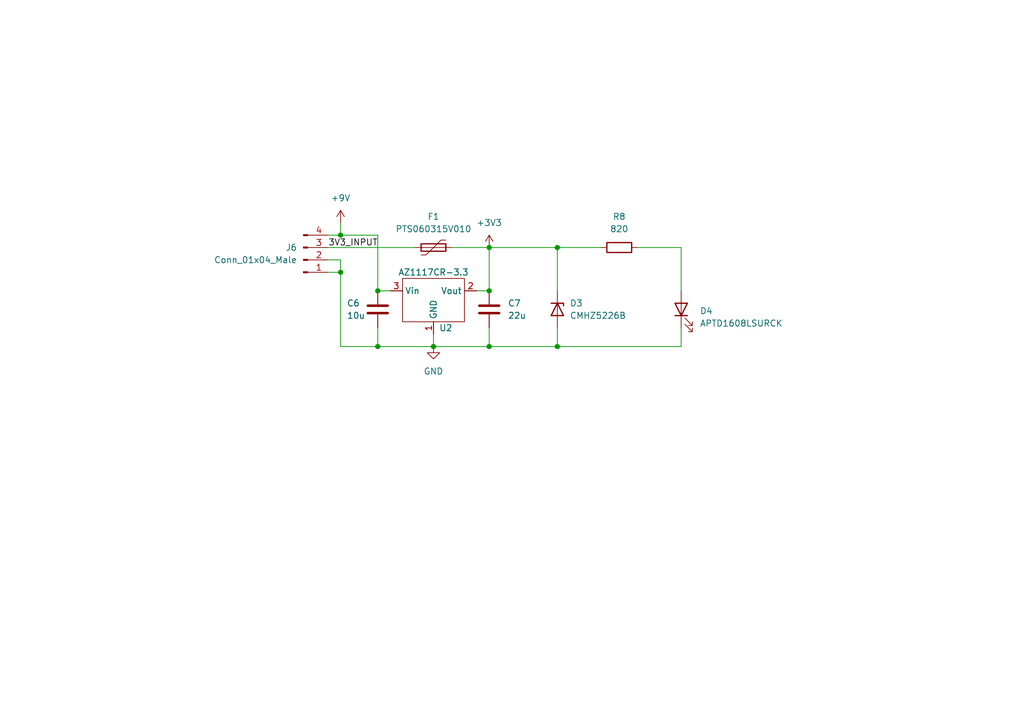
<source format=kicad_sch>
(kicad_sch (version 20211123) (generator eeschema)
  (paper "A5")
  (title_block (title "PAL 9000") (date "3/5/2022") (rev "2") (company "Purdue Space Program High Altitude"))
  (lib_symbols
    (symbol "AZ1117CR-3.3TRG1:AZ1117CR"
      (property "Reference" "U" (at 0 7.62 0))
      (property "Value" "AZ1117CR" (at 0 5.08 0))
      (symbol "AZ1117CR_0_1"
        (rectangle (start -6.35 3.81) (end 6.35 -5.08) (stroke (width 0.1524)))
      )
      (symbol "AZ1117CR_1_1"
        (pin power_in line (at 0 -7.62 90) (length 2.54) (name "GND") (number "1"))
        (pin power_out line (at 8.89 1.27 180) (length 2.54) (name "Vout") (number "2"))
        (pin power_in line (at -8.89 1.27 0) (length 2.54) (name "Vin") (number "3"))
      )
    )
    (symbol "Connector:Conn_01x04_Male" (pin_names (offset 1.016) hide)
      (property "Reference" "J" (at 0 5.08 0))
      (property "Value" "Conn_01x04_Male" (at 0 -7.62 0))
      (symbol "Conn_01x04_Male_1_1"
        (polyline (pts (xy 1.27 -5.08) (xy 0.8636 -5.08)) (stroke (width 0.1524)))
        (polyline (pts (xy 1.27 -2.54) (xy 0.8636 -2.54)) (stroke (width 0.1524)))
        (polyline (pts (xy 1.27 0) (xy 0.8636 0)) (stroke (width 0.1524)))
        (polyline (pts (xy 1.27 2.54) (xy 0.8636 2.54)) (stroke (width 0.1524)))
        (rectangle (start 0.8636 -4.953) (end 0 -5.207) (stroke (width 0.1524)) (fill (type outline)))
        (rectangle (start 0.8636 -2.413) (end 0 -2.667) (stroke (width 0.1524)) (fill (type outline)))
        (rectangle (start 0.8636 0.127) (end 0 -0.127) (stroke (width 0.1524)) (fill (type outline)))
        (rectangle (start 0.8636 2.667) (end 0 2.413) (stroke (width 0.1524)) (fill (type outline)))
        (pin passive line (at 5.08 2.54 180) (length 3.81) (name "Pin_1") (number "1"))
        (pin passive line (at 5.08 0 180) (length 3.81) (name "Pin_2") (number "2"))
        (pin passive line (at 5.08 -2.54 180) (length 3.81) (name "Pin_3") (number "3"))
        (pin passive line (at 5.08 -5.08 180) (length 3.81) (name "Pin_4") (number "4"))
      )
    )
    (symbol "Device:C" (pin_numbers hide) (pin_names (offset 0.254))
      (property "Reference" "C" (at 0.635 2.54 0))
      (property "Value" "C" (at 0.635 -2.54 0))
      (symbol "C_0_1"
        (polyline (pts (xy -2.032 -0.762) (xy 2.032 -0.762)) (stroke (width 0.508)))
        (polyline (pts (xy -2.032 0.762) (xy 2.032 0.762)) (stroke (width 0.508)))
      )
      (symbol "C_1_1"
        (pin passive line (at 0 3.81 270) (length 2.794) (name "~") (number "1"))
        (pin passive line (at 0 -3.81 90) (length 2.794) (name "~") (number "2"))
      )
    )
    (symbol "Device:D_Zener" (pin_numbers hide) (pin_names (offset 1.016) hide)
      (property "Reference" "D" (at 0 2.54 0))
      (property "Value" "D_Zener" (at 0 -2.54 0))
      (symbol "D_Zener_0_1"
        (polyline (pts (xy 1.27 0) (xy -1.27 0)))
        (polyline (pts (xy -1.27 -1.27) (xy -1.27 1.27) (xy -0.762 1.27)) (stroke (width 0.254)))
        (polyline (pts (xy 1.27 -1.27) (xy 1.27 1.27) (xy -1.27 0) (xy 1.27 -1.27)) (stroke (width 0.254)))
      )
      (symbol "D_Zener_1_1"
        (pin passive line (at -3.81 0 0) (length 2.54) (name "K") (number "1"))
        (pin passive line (at 3.81 0 180) (length 2.54) (name "A") (number "2"))
      )
    )
    (symbol "Device:LED" (pin_numbers hide) (pin_names (offset 1.016) hide)
      (property "Reference" "D" (at 0 2.54 0))
      (property "Value" "LED" (at 0 -2.54 0))
      (symbol "LED_0_1"
        (polyline (pts (xy -1.27 -1.27) (xy -1.27 1.27)) (stroke (width 0.254)))
        (polyline (pts (xy -1.27 0) (xy 1.27 0)))
        (polyline (pts (xy 1.27 -1.27) (xy 1.27 1.27) (xy -1.27 0) (xy 1.27 -1.27)) (stroke (width 0.254)))
        (polyline (pts (xy -3.048 -0.762) (xy -4.572 -2.286) (xy -3.81 -2.286) (xy -4.572 -2.286) (xy -4.572 -1.524)))
        (polyline (pts (xy -1.778 -0.762) (xy -3.302 -2.286) (xy -2.54 -2.286) (xy -3.302 -2.286) (xy -3.302 -1.524)))
      )
      (symbol "LED_1_1"
        (pin passive line (at -3.81 0 0) (length 2.54) (name "K") (number "1"))
        (pin passive line (at 3.81 0 180) (length 2.54) (name "A") (number "2"))
      )
    )
    (symbol "Device:Polyfuse" (pin_numbers hide) (pin_names (offset 0))
      (property "Reference" "F" (at -2.54 0 90))
      (property "Value" "Polyfuse" (at 2.54 0 90))
      (symbol "Polyfuse_0_1"
        (rectangle (start -0.762 2.54) (end 0.762 -2.54) (stroke (width 0.254)))
        (polyline (pts (xy 0 2.54) (xy 0 -2.54)))
        (polyline (pts (xy -1.524 2.54) (xy -1.524 1.524) (xy 1.524 -1.524) (xy 1.524 -2.54)))
      )
      (symbol "Polyfuse_1_1"
        (pin passive line (at 0 3.81 270) (length 1.27) (name "~") (number "1"))
        (pin passive line (at 0 -3.81 90) (length 1.27) (name "~") (number "2"))
      )
    )
    (symbol "Device:R" (pin_numbers hide) (pin_names (offset 0))
      (property "Reference" "R" (at 2.032 0 90))
      (property "Value" "R" (at 0 0 90))
      (symbol "R_0_1"
        (rectangle (start -1.016 -2.54) (end 1.016 2.54) (stroke (width 0.254)))
      )
      (symbol "R_1_1"
        (pin passive line (at 0 3.81 270) (length 1.27) (name "~") (number "1"))
        (pin passive line (at 0 -3.81 90) (length 1.27) (name "~") (number "2"))
      )
    )
    (symbol "power:+3V3" (power) (pin_names (offset 0))
      (property "Value" "+3V3" (at 0 3.556 0))
      (symbol "+3V3_0_1"
        (polyline (pts (xy -0.762 1.27) (xy 0 2.54)))
        (polyline (pts (xy 0 0) (xy 0 2.54)))
        (polyline (pts (xy 0 2.54) (xy 0.762 1.27)))
      )
      (symbol "+3V3_1_1"
        (pin power_in line (at 0 0 90) (length 0) hide (name "+3V3") (number "1"))
      )
    )
    (symbol "power:+9V" (power) (pin_names (offset 0))
      (property "Value" "+9V" (at 0 3.556 0))
      (symbol "+9V_0_1"
        (polyline (pts (xy -0.762 1.27) (xy 0 2.54)))
        (polyline (pts (xy 0 0) (xy 0 2.54)))
        (polyline (pts (xy 0 2.54) (xy 0.762 1.27)))
      )
      (symbol "+9V_1_1"
        (pin power_in line (at 0 0 90) (length 0) hide (name "+9V") (number "1"))
      )
    )
    (symbol "power:GND" (power) (pin_names (offset 0))
      (property "Value" "GND" (at 0 -3.81 0))
      (symbol "GND_0_1"
        (polyline (pts (xy 0 0) (xy 0 -1.27) (xy 1.27 -1.27) (xy 0 -2.54) (xy -1.27 -1.27) (xy 0 -1.27)))
      )
      (symbol "GND_1_1"
        (pin power_in line (at 0 0 270) (length 0) hide (name "GND") (number "1"))
      )
    )
  )
  (junction (at 77.47 59.69))
  (junction (at 69.85 55.88))
  (junction (at 100.33 50.8))
  (junction (at 100.33 59.69))
  (junction (at 69.85 48.26))
  (junction (at 114.3 50.8))
  (junction (at 88.9 71.12))
  (junction (at 100.33 71.12))
  (junction (at 114.3 71.12))
  (junction (at 77.47 71.12))
  (wire (pts (xy 139.7 67.31) (xy 139.7 71.12)))
  (wire (pts (xy 77.47 59.69) (xy 80.01 59.69)))
  (wire (pts (xy 139.7 50.8) (xy 130.81 50.8)))
  (wire (pts (xy 69.85 48.26) (xy 77.47 48.26)))
  (wire (pts (xy 100.33 67.31) (xy 100.33 71.12)))
  (wire (pts (xy 67.31 48.26) (xy 69.85 48.26)))
  (wire (pts (xy 100.33 59.69) (xy 100.33 50.8)))
  (wire (pts (xy 69.85 55.88) (xy 69.85 71.12)))
  (wire (pts (xy 100.33 50.8) (xy 114.3 50.8)))
  (wire (pts (xy 114.3 71.12) (xy 139.7 71.12)))
  (wire (pts (xy 77.47 71.12) (xy 88.9 71.12)))
  (wire (pts (xy 114.3 50.8) (xy 123.19 50.8)))
  (wire (pts (xy 100.33 71.12) (xy 114.3 71.12)))
  (wire (pts (xy 67.31 53.34) (xy 69.85 53.34)))
  (wire (pts (xy 67.31 50.8) (xy 85.09 50.8)))
  (wire (pts (xy 77.47 48.26) (xy 77.47 59.69)))
  (wire (pts (xy 69.85 71.12) (xy 77.47 71.12)))
  (wire (pts (xy 69.85 45.72) (xy 69.85 48.26)))
  (wire (pts (xy 69.85 53.34) (xy 69.85 55.88)))
  (wire (pts (xy 139.7 59.69) (xy 139.7 50.8)))
  (wire (pts (xy 92.71 50.8) (xy 100.33 50.8)))
  (wire (pts (xy 69.85 55.88) (xy 67.31 55.88)))
  (wire (pts (xy 100.33 71.12) (xy 88.9 71.12)))
  (wire (pts (xy 114.3 67.31) (xy 114.3 71.12)))
  (wire (pts (xy 114.3 50.8) (xy 114.3 59.69)))
  (wire (pts (xy 97.79 59.69) (xy 100.33 59.69)))
  (wire (pts (xy 88.9 68.58) (xy 88.9 71.12)))
  (wire (pts (xy 77.47 67.31) (xy 77.47 71.12)))
  (label "3V3_INPUT" (at 67.31 50.8 0))
  (symbol (lib_id "Device:C") (at 77.47 63.5 0) (unit 1)
    (property "Reference" "C6" (at 71.12 62.23 0) (effects (justify left)))
    (property "Value" "10u" (at 71.12 64.77 0) (effects (justify left)))
    (property "Footprint" "Capacitor_SMD:C_0603_1608Metric" (effects hide))
  )
  (symbol (lib_id "Connector:Conn_01x04_Male") (at 62.23 53.34 0) (mirror x) (unit 1)
    (property "Reference" "J6" (at 60.96 50.7999 0) (effects (justify right)))
    (property "Value" "Conn_01x04_Male" (at 60.96 53.3399 0) (effects (justify right)))
    (property "Footprint" "Connector_PinHeader_2.54mm:PinHeader_1x04_P2.54mm_Vertical" (effects hide))
  )
  (symbol (lib_id "Device:Polyfuse") (at 88.9 50.8 90) (unit 1)
    (property "Reference" "F1" (at 88.9 44.45 90))
    (property "Value" "PTS060315V010" (at 88.9 46.99 90))
    (property "Footprint" "Fuse:Fuse_0603_1608Metric" (effects hide))
  )
  (symbol (lib_id "power:+9V") (at 69.85 45.72 0) (unit 1)
    (property "Reference" "#PWR013" (effects hide))
    (property "Value" "+9V" (at 69.85 40.64 0))
  )
  (symbol (lib_id "AZ1117CR-3.3TRG1:AZ1117CR") (at 88.9 60.96 0) (unit 1)
    (property "Reference" "U2" (at 91.44 67.31 0))
    (property "Value" "AZ1117CR-3.3" (at 88.9 55.88 0))
    (property "Footprint" "Package_TO_SOT_SMD:SOT-89-3" (effects hide))
  )
  (symbol (lib_id "Device:D_Zener") (at 114.3 63.5 270) (unit 1)
    (property "Reference" "D3" (at 116.84 62.2299 90) (effects (justify left)))
    (property "Value" "CMHZ5226B " (at 116.84 64.7699 90) (effects (justify left)))
    (property "Footprint" "Diode_SMD:D_SOD-123" (effects hide))
  )
  (symbol (lib_id "Device:C") (at 100.33 63.5 0) (unit 1)
    (property "Reference" "C7" (at 104.14 62.2299 0) (effects (justify left)))
    (property "Value" "22u" (at 104.14 64.7699 0) (effects (justify left)))
    (property "Footprint" "Capacitor_SMD:C_0603_1608Metric" (effects hide))
  )
  (symbol (lib_id "power:+3V3") (at 100.33 50.8 0) (unit 1)
    (property "Reference" "#PWR015" (effects hide))
    (property "Value" "+3V3" (at 100.33 45.72 0))
  )
  (symbol (lib_id "Device:LED") (at 139.7 63.5 90) (unit 1)
    (property "Reference" "D4" (at 143.51 63.8174 90) (effects (justify right)))
    (property "Value" "APTD1608LSURCK" (at 143.51 66.3574 90) (effects (justify right)))
    (property "Footprint" "LED_SMD:LED_0603_1608Metric" (effects hide))
  )
  (symbol (lib_id "Device:R") (at 127 50.8 90) (unit 1)
    (property "Reference" "R8" (at 127 44.45 90))
    (property "Value" "820" (at 127 46.99 90))
    (property "Footprint" "Resistor_SMD:R_0603_1608Metric" (effects hide))
  )
  (symbol (lib_id "power:GND") (at 88.9 71.12 0) (unit 1)
    (property "Reference" "#PWR014" (effects hide))
    (property "Value" "GND" (at 88.9 76.2 0))
  )
)
</source>
